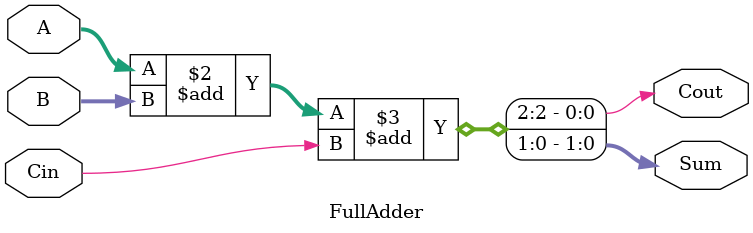
<source format=v>
module FullAdder(A,B,Cin,Sum,Cout);
input [1:0]A;
input [1:0]B;
input Cin;
output reg [1:0]Sum;
output reg Cout;
always@(A,B,Cin)
begin
{Cout, Sum} = A + B + Cin;
end
endmodule

</source>
